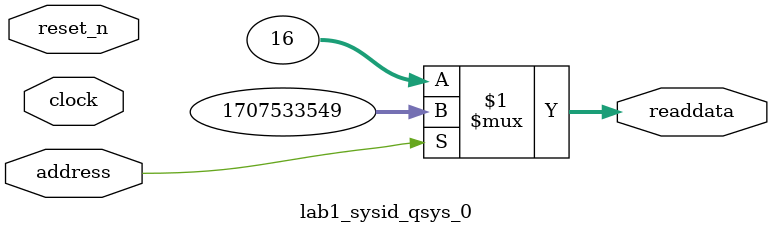
<source format=v>



// synthesis translate_off
`timescale 1ns / 1ps
// synthesis translate_on

// turn off superfluous verilog processor warnings 
// altera message_level Level1 
// altera message_off 10034 10035 10036 10037 10230 10240 10030 

module lab1_sysid_qsys_0 (
               // inputs:
                address,
                clock,
                reset_n,

               // outputs:
                readdata
             )
;

  output  [ 31: 0] readdata;
  input            address;
  input            clock;
  input            reset_n;

  wire    [ 31: 0] readdata;
  //control_slave, which is an e_avalon_slave
  assign readdata = address ? 1707533549 : 16;

endmodule



</source>
